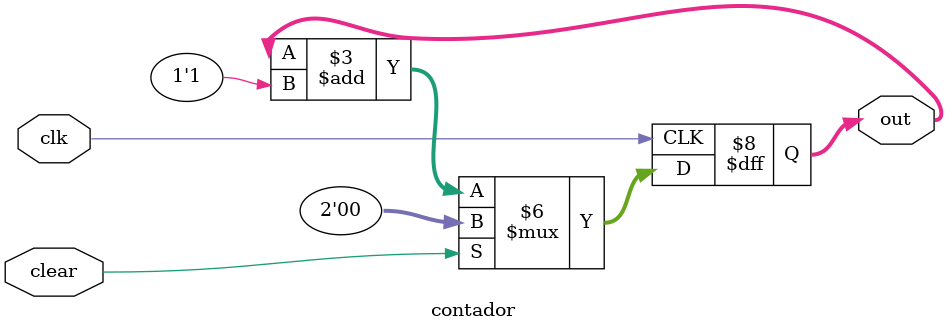
<source format=v>
module contador(clk, clear, out);

input clear, clk;
output [1:0] out;
reg [1:0] out = 0;

always @(negedge clk) begin
	if(clear == 0) out = out + 1'b1;
	else out  = 2'b00;
end

endmodule

</source>
